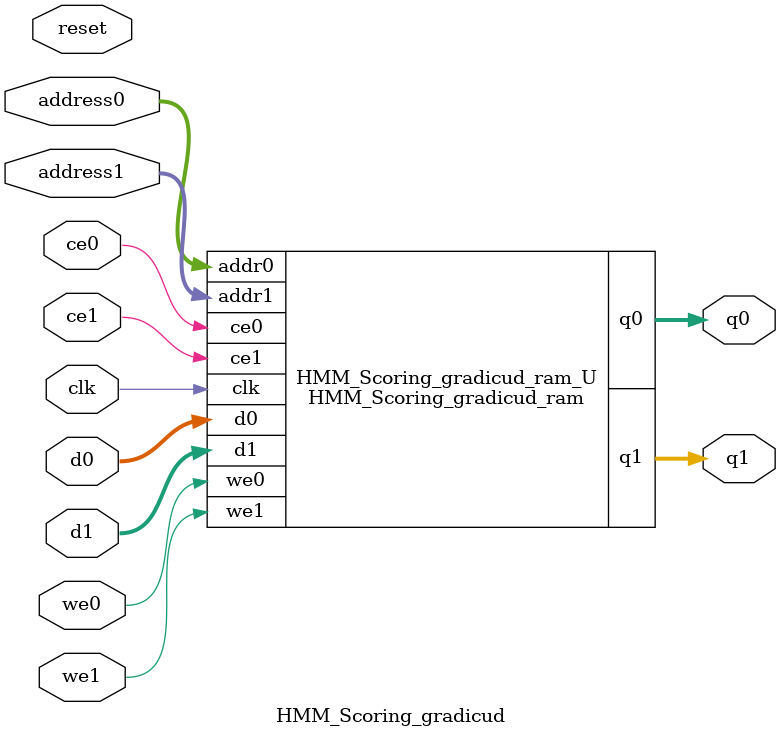
<source format=v>
`timescale 1 ns / 1 ps
module HMM_Scoring_gradicud_ram (addr0, ce0, d0, we0, q0, addr1, ce1, d1, we1, q1,  clk);

parameter DWIDTH = 32;
parameter AWIDTH = 16;
parameter MEM_SIZE = 40000;

input[AWIDTH-1:0] addr0;
input ce0;
input[DWIDTH-1:0] d0;
input we0;
output reg[DWIDTH-1:0] q0;
input[AWIDTH-1:0] addr1;
input ce1;
input[DWIDTH-1:0] d1;
input we1;
output reg[DWIDTH-1:0] q1;
input clk;

(* ram_style = "block" *)reg [DWIDTH-1:0] ram[0:MEM_SIZE-1];




always @(posedge clk)  
begin 
    if (ce0) 
    begin
        if (we0) 
        begin 
            ram[addr0] <= d0; 
        end 
        q0 <= ram[addr0];
    end
end


always @(posedge clk)  
begin 
    if (ce1) 
    begin
        if (we1) 
        begin 
            ram[addr1] <= d1; 
        end 
        q1 <= ram[addr1];
    end
end


endmodule

`timescale 1 ns / 1 ps
module HMM_Scoring_gradicud(
    reset,
    clk,
    address0,
    ce0,
    we0,
    d0,
    q0,
    address1,
    ce1,
    we1,
    d1,
    q1);

parameter DataWidth = 32'd32;
parameter AddressRange = 32'd40000;
parameter AddressWidth = 32'd16;
input reset;
input clk;
input[AddressWidth - 1:0] address0;
input ce0;
input we0;
input[DataWidth - 1:0] d0;
output[DataWidth - 1:0] q0;
input[AddressWidth - 1:0] address1;
input ce1;
input we1;
input[DataWidth - 1:0] d1;
output[DataWidth - 1:0] q1;



HMM_Scoring_gradicud_ram HMM_Scoring_gradicud_ram_U(
    .clk( clk ),
    .addr0( address0 ),
    .ce0( ce0 ),
    .we0( we0 ),
    .d0( d0 ),
    .q0( q0 ),
    .addr1( address1 ),
    .ce1( ce1 ),
    .we1( we1 ),
    .d1( d1 ),
    .q1( q1 ));

endmodule


</source>
